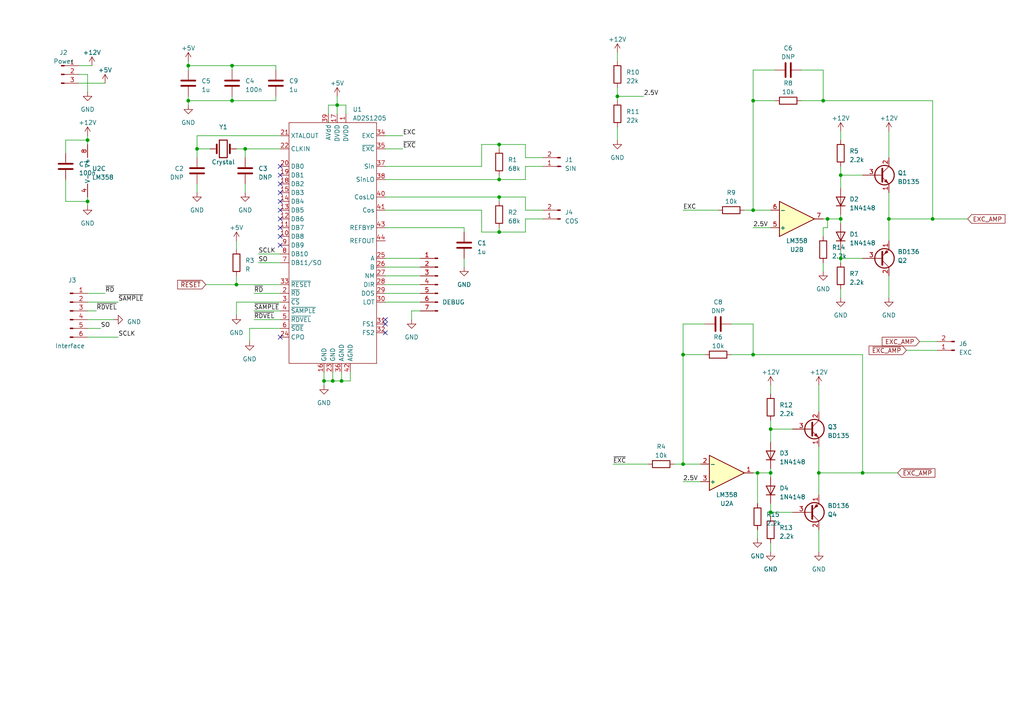
<source format=kicad_sch>
(kicad_sch (version 20230121) (generator eeschema)
  (paper "A4")
  (lib_symbols
    (symbol "Amplifier_Operational:LM358" (pin_names (offset 0.127))
      (property "Reference" "U" (at 0 5.08 0))
      (property "Value" "LM358" (at 0 -5.08 0))
      (symbol "LM358_1_1"
        (polyline (pts (xy -5.08 5.08) (xy 5.08 0) (xy -5.08 -5.08) (xy -5.08 5.08)) (stroke (width 0.254)) (fill (type background)))
        (pin output line (at 7.62 0 180) (length 2.54) (name "~") (number "1"))
        (pin input line (at -7.62 -2.54 0) (length 2.54) (name "-") (number "2"))
        (pin input line (at -7.62 2.54 0) (length 2.54) (name "+") (number "3"))
      )
      (symbol "LM358_2_1"
        (polyline (pts (xy -5.08 5.08) (xy 5.08 0) (xy -5.08 -5.08) (xy -5.08 5.08)) (stroke (width 0.254)) (fill (type background)))
        (pin input line (at -7.62 2.54 0) (length 2.54) (name "+") (number "5"))
        (pin input line (at -7.62 -2.54 0) (length 2.54) (name "-") (number "6"))
        (pin output line (at 7.62 0 180) (length 2.54) (name "~") (number "7"))
      )
      (symbol "LM358_3_1"
        (pin power_in line (at -2.54 -7.62 90) (length 3.81) (name "V-") (number "4"))
        (pin power_in line (at -2.54 7.62 270) (length 3.81) (name "V+") (number "8"))
      )
    )
    (symbol "Connector:Conn_01x02_Pin" (pin_names (offset 1.016) hide)
      (property "Reference" "J" (at 0 2.54 0))
      (property "Value" "Conn_01x02_Pin" (at 0 -5.08 0))
      (symbol "Conn_01x02_Pin_1_1"
        (polyline (pts (xy 1.27 -2.54) (xy 0.8636 -2.54)) (stroke (width 0.1524)))
        (polyline (pts (xy 1.27 0) (xy 0.8636 0)) (stroke (width 0.1524)))
        (rectangle (start 0.8636 -2.413) (end 0 -2.667) (stroke (width 0.1524)) (fill (type outline)))
        (rectangle (start 0.8636 0.127) (end 0 -0.127) (stroke (width 0.1524)) (fill (type outline)))
        (pin passive line (at 5.08 0 180) (length 3.81) (name "Pin_1") (number "1"))
        (pin passive line (at 5.08 -2.54 180) (length 3.81) (name "Pin_2") (number "2"))
      )
    )
    (symbol "Connector:Conn_01x03_Pin" (pin_names (offset 1.016) hide)
      (property "Reference" "J" (at 0 5.08 0))
      (property "Value" "Conn_01x03_Pin" (at 0 -5.08 0))
      (symbol "Conn_01x03_Pin_1_1"
        (polyline (pts (xy 1.27 -2.54) (xy 0.8636 -2.54)) (stroke (width 0.1524)))
        (polyline (pts (xy 1.27 0) (xy 0.8636 0)) (stroke (width 0.1524)))
        (polyline (pts (xy 1.27 2.54) (xy 0.8636 2.54)) (stroke (width 0.1524)))
        (rectangle (start 0.8636 -2.413) (end 0 -2.667) (stroke (width 0.1524)) (fill (type outline)))
        (rectangle (start 0.8636 0.127) (end 0 -0.127) (stroke (width 0.1524)) (fill (type outline)))
        (rectangle (start 0.8636 2.667) (end 0 2.413) (stroke (width 0.1524)) (fill (type outline)))
        (pin passive line (at 5.08 2.54 180) (length 3.81) (name "Pin_1") (number "1"))
        (pin passive line (at 5.08 0 180) (length 3.81) (name "Pin_2") (number "2"))
        (pin passive line (at 5.08 -2.54 180) (length 3.81) (name "Pin_3") (number "3"))
      )
    )
    (symbol "Connector:Conn_01x06_Pin" (pin_names (offset 1.016) hide)
      (property "Reference" "J" (at 0 7.62 0))
      (property "Value" "Conn_01x06_Pin" (at 0 -10.16 0))
      (symbol "Conn_01x06_Pin_1_1"
        (polyline (pts (xy 1.27 -7.62) (xy 0.8636 -7.62)) (stroke (width 0.1524)))
        (polyline (pts (xy 1.27 -5.08) (xy 0.8636 -5.08)) (stroke (width 0.1524)))
        (polyline (pts (xy 1.27 -2.54) (xy 0.8636 -2.54)) (stroke (width 0.1524)))
        (polyline (pts (xy 1.27 0) (xy 0.8636 0)) (stroke (width 0.1524)))
        (polyline (pts (xy 1.27 2.54) (xy 0.8636 2.54)) (stroke (width 0.1524)))
        (polyline (pts (xy 1.27 5.08) (xy 0.8636 5.08)) (stroke (width 0.1524)))
        (rectangle (start 0.8636 -7.493) (end 0 -7.747) (stroke (width 0.1524)) (fill (type outline)))
        (rectangle (start 0.8636 -4.953) (end 0 -5.207) (stroke (width 0.1524)) (fill (type outline)))
        (rectangle (start 0.8636 -2.413) (end 0 -2.667) (stroke (width 0.1524)) (fill (type outline)))
        (rectangle (start 0.8636 0.127) (end 0 -0.127) (stroke (width 0.1524)) (fill (type outline)))
        (rectangle (start 0.8636 2.667) (end 0 2.413) (stroke (width 0.1524)) (fill (type outline)))
        (rectangle (start 0.8636 5.207) (end 0 4.953) (stroke (width 0.1524)) (fill (type outline)))
        (pin passive line (at 5.08 5.08 180) (length 3.81) (name "Pin_1") (number "1"))
        (pin passive line (at 5.08 2.54 180) (length 3.81) (name "Pin_2") (number "2"))
        (pin passive line (at 5.08 0 180) (length 3.81) (name "Pin_3") (number "3"))
        (pin passive line (at 5.08 -2.54 180) (length 3.81) (name "Pin_4") (number "4"))
        (pin passive line (at 5.08 -5.08 180) (length 3.81) (name "Pin_5") (number "5"))
        (pin passive line (at 5.08 -7.62 180) (length 3.81) (name "Pin_6") (number "6"))
      )
    )
    (symbol "Connector:Conn_01x07_Pin" (pin_names (offset 1.016) hide)
      (property "Reference" "J" (at 0 10.16 0))
      (property "Value" "Conn_01x07_Pin" (at 0 -10.16 0))
      (symbol "Conn_01x07_Pin_1_1"
        (polyline (pts (xy 1.27 -7.62) (xy 0.8636 -7.62)) (stroke (width 0.1524)))
        (polyline (pts (xy 1.27 -5.08) (xy 0.8636 -5.08)) (stroke (width 0.1524)))
        (polyline (pts (xy 1.27 -2.54) (xy 0.8636 -2.54)) (stroke (width 0.1524)))
        (polyline (pts (xy 1.27 0) (xy 0.8636 0)) (stroke (width 0.1524)))
        (polyline (pts (xy 1.27 2.54) (xy 0.8636 2.54)) (stroke (width 0.1524)))
        (polyline (pts (xy 1.27 5.08) (xy 0.8636 5.08)) (stroke (width 0.1524)))
        (polyline (pts (xy 1.27 7.62) (xy 0.8636 7.62)) (stroke (width 0.1524)))
        (rectangle (start 0.8636 -7.493) (end 0 -7.747) (stroke (width 0.1524)) (fill (type outline)))
        (rectangle (start 0.8636 -4.953) (end 0 -5.207) (stroke (width 0.1524)) (fill (type outline)))
        (rectangle (start 0.8636 -2.413) (end 0 -2.667) (stroke (width 0.1524)) (fill (type outline)))
        (rectangle (start 0.8636 0.127) (end 0 -0.127) (stroke (width 0.1524)) (fill (type outline)))
        (rectangle (start 0.8636 2.667) (end 0 2.413) (stroke (width 0.1524)) (fill (type outline)))
        (rectangle (start 0.8636 5.207) (end 0 4.953) (stroke (width 0.1524)) (fill (type outline)))
        (rectangle (start 0.8636 7.747) (end 0 7.493) (stroke (width 0.1524)) (fill (type outline)))
        (pin passive line (at 5.08 7.62 180) (length 3.81) (name "Pin_1") (number "1"))
        (pin passive line (at 5.08 5.08 180) (length 3.81) (name "Pin_2") (number "2"))
        (pin passive line (at 5.08 2.54 180) (length 3.81) (name "Pin_3") (number "3"))
        (pin passive line (at 5.08 0 180) (length 3.81) (name "Pin_4") (number "4"))
        (pin passive line (at 5.08 -2.54 180) (length 3.81) (name "Pin_5") (number "5"))
        (pin passive line (at 5.08 -5.08 180) (length 3.81) (name "Pin_6") (number "6"))
        (pin passive line (at 5.08 -7.62 180) (length 3.81) (name "Pin_7") (number "7"))
      )
    )
    (symbol "Device:C" (pin_numbers hide) (pin_names (offset 0.254))
      (property "Reference" "C" (at 0.635 2.54 0))
      (property "Value" "C" (at 0.635 -2.54 0))
      (symbol "C_0_1"
        (polyline (pts (xy -2.032 -0.762) (xy 2.032 -0.762)) (stroke (width 0.508)))
        (polyline (pts (xy -2.032 0.762) (xy 2.032 0.762)) (stroke (width 0.508)))
      )
      (symbol "C_1_1"
        (pin passive line (at 0 3.81 270) (length 2.794) (name "~") (number "1"))
        (pin passive line (at 0 -3.81 90) (length 2.794) (name "~") (number "2"))
      )
    )
    (symbol "Device:Crystal" (pin_numbers hide) (pin_names (offset 1.016) hide)
      (property "Reference" "Y" (at 0 3.81 0))
      (property "Value" "Crystal" (at 0 -3.81 0))
      (symbol "Crystal_0_1"
        (rectangle (start -1.143 2.54) (end 1.143 -2.54) (stroke (width 0.3048)))
        (polyline (pts (xy -2.54 0) (xy -1.905 0)))
        (polyline (pts (xy -1.905 -1.27) (xy -1.905 1.27)) (stroke (width 0.508)))
        (polyline (pts (xy 1.905 -1.27) (xy 1.905 1.27)) (stroke (width 0.508)))
        (polyline (pts (xy 2.54 0) (xy 1.905 0)))
      )
      (symbol "Crystal_1_1"
        (pin passive line (at -3.81 0 0) (length 1.27) (name "1") (number "1"))
        (pin passive line (at 3.81 0 180) (length 1.27) (name "2") (number "2"))
      )
    )
    (symbol "Device:R" (pin_numbers hide) (pin_names (offset 0))
      (property "Reference" "R" (at 2.032 0 90))
      (property "Value" "R" (at 0 0 90))
      (symbol "R_0_1"
        (rectangle (start -1.016 -2.54) (end 1.016 2.54) (stroke (width 0.254)))
      )
      (symbol "R_1_1"
        (pin passive line (at 0 3.81 270) (length 1.27) (name "~") (number "1"))
        (pin passive line (at 0 -3.81 90) (length 1.27) (name "~") (number "2"))
      )
    )
    (symbol "Diode:1N4148" (pin_numbers hide) (pin_names hide)
      (property "Reference" "D" (at 0 2.54 0))
      (property "Value" "1N4148" (at 0 -2.54 0))
      (symbol "1N4148_0_1"
        (polyline (pts (xy -1.27 1.27) (xy -1.27 -1.27)) (stroke (width 0.254)))
        (polyline (pts (xy 1.27 0) (xy -1.27 0)))
        (polyline (pts (xy 1.27 1.27) (xy 1.27 -1.27) (xy -1.27 0) (xy 1.27 1.27)) (stroke (width 0.254)))
      )
      (symbol "1N4148_1_1"
        (pin passive line (at -3.81 0 0) (length 2.54) (name "K") (number "1"))
        (pin passive line (at 3.81 0 180) (length 2.54) (name "A") (number "2"))
      )
    )
    (symbol "MEMS_IC:AD2S1205"
      (property "Reference" "U" (at 1.27 36.83 90))
      (property "Value" "AD2S1205" (at 1.27 36.83 90))
      (symbol "AD2S1205_0_1"
        (rectangle (start -13.97 35.56) (end 11.43 -34.29))
        (rectangle (start 11.43 -34.29) (end 11.43 -34.29))
      )
      (symbol "AD2S1205_1_1"
        (pin power_in line (at 2.54 38.1 270) (length 2.54) (name "DVDD") (number "1"))
        (pin input line (at -16.51 2.54 0) (length 2.54) (name "DB8") (number "10"))
        (pin input line (at -16.51 5.08 0) (length 2.54) (name "DB7") (number "11"))
        (pin input line (at -16.51 7.62 0) (length 2.54) (name "DB6") (number "12"))
        (pin input line (at -16.51 10.16 0) (length 2.54) (name "DB5") (number "13"))
        (pin input line (at -16.51 12.7 0) (length 2.54) (name "DB4") (number "14"))
        (pin input line (at -16.51 15.24 0) (length 2.54) (name "DB3") (number "15"))
        (pin power_in line (at -3.81 -36.83 90) (length 2.54) (name "GND") (number "16"))
        (pin power_in line (at 0 38.1 270) (length 2.54) (name "DVDD") (number "17"))
        (pin input line (at -16.51 17.78 0) (length 2.54) (name "DB2") (number "18"))
        (pin input line (at -16.51 20.32 0) (length 2.54) (name "DB1") (number "19"))
        (pin input line (at -16.51 -13.97 0) (length 2.54) (name "~{RD}") (number "2"))
        (pin input line (at -16.51 22.86 0) (length 2.54) (name "DB0") (number "20"))
        (pin input line (at -16.51 31.75 0) (length 2.54) (name "XTALOUT") (number "21"))
        (pin input line (at -16.51 27.94 0) (length 2.54) (name "CLKIN") (number "22"))
        (pin power_in line (at -1.27 -36.83 90) (length 2.54) (name "GND") (number "23"))
        (pin input line (at -16.51 -26.67 0) (length 2.54) (name "CPO") (number "24"))
        (pin input line (at 13.97 -3.81 180) (length 2.54) (name "A") (number "25"))
        (pin input line (at 13.97 -6.35 180) (length 2.54) (name "B") (number "26"))
        (pin input line (at 13.97 -8.89 180) (length 2.54) (name "NM") (number "27"))
        (pin input line (at 13.97 -11.43 180) (length 2.54) (name "DIR") (number "28"))
        (pin input line (at 13.97 -13.97 180) (length 2.54) (name "DOS") (number "29"))
        (pin input line (at -16.51 -16.51 0) (length 2.54) (name "~{CS}") (number "3"))
        (pin input line (at 13.97 -16.51 180) (length 2.54) (name "LOT") (number "30"))
        (pin input line (at 13.97 -22.86 180) (length 2.54) (name "FS1") (number "31"))
        (pin input line (at 13.97 -25.4 180) (length 2.54) (name "FS2") (number "32"))
        (pin input line (at -16.51 -11.43 0) (length 2.54) (name "~{RESET}") (number "33"))
        (pin input line (at 13.97 31.75 180) (length 2.54) (name "EXC") (number "34"))
        (pin input line (at 13.97 27.94 180) (length 2.54) (name "~{EXC}") (number "35"))
        (pin power_in line (at 1.27 -36.83 90) (length 2.54) (name "AGND") (number "36"))
        (pin input line (at 13.97 22.86 180) (length 2.54) (name "Sin") (number "37"))
        (pin input line (at 13.97 19.05 180) (length 2.54) (name "SinLO") (number "38"))
        (pin power_in line (at -2.54 38.1 270) (length 2.54) (name "AVdd") (number "39"))
        (pin input line (at -16.51 -19.05 0) (length 2.54) (name "~{SAMPLE}") (number "4"))
        (pin input line (at 13.97 13.97 180) (length 2.54) (name "CosLO") (number "40"))
        (pin input line (at 13.97 10.16 180) (length 2.54) (name "Cos") (number "41"))
        (pin power_in line (at 3.81 -36.83 90) (length 2.54) (name "AGND") (number "42"))
        (pin input line (at 13.97 5.08 180) (length 2.54) (name "REFBYP") (number "43"))
        (pin input line (at 13.97 1.27 180) (length 2.54) (name "REFOUT") (number "44"))
        (pin input line (at -16.51 -21.59 0) (length 2.54) (name "~{RDVEL}") (number "5"))
        (pin input line (at -16.51 -24.13 0) (length 2.54) (name "~{SOE}") (number "6"))
        (pin input line (at -16.51 -5.08 0) (length 2.54) (name "DB11/SO") (number "7"))
        (pin input line (at -16.51 -2.54 0) (length 2.54) (name "DB10") (number "8"))
        (pin input line (at -16.51 0 0) (length 2.54) (name "DB9") (number "9"))
      )
    )
    (symbol "Transistor_BJT:BD135" (pin_names (offset 0) hide)
      (property "Reference" "Q" (at 5.08 1.905 0))
      (property "Value" "BD135" (at 5.08 0 0))
      (symbol "BD135_0_1"
        (polyline (pts (xy 0 0) (xy 0.635 0)))
        (polyline (pts (xy 2.54 -2.54) (xy 0.635 -0.635)))
        (polyline (pts (xy 2.54 2.54) (xy 0.635 0.635)))
        (polyline (pts (xy 0.635 1.905) (xy 0.635 -1.905) (xy 0.635 -1.905)) (stroke (width 0.508)) (fill (type outline)))
        (polyline (pts (xy 1.2446 -1.778) (xy 1.7526 -1.27) (xy 2.286 -2.286) (xy 1.2446 -1.778) (xy 1.2446 -1.778)) (fill (type outline)))
        (circle (center 1.27 0) (radius 2.8194) (stroke (width 0.3048)))
      )
      (symbol "BD135_1_1"
        (pin passive line (at 2.54 -5.08 90) (length 2.54) (name "E") (number "1"))
        (pin passive line (at 2.54 5.08 270) (length 2.54) (name "C") (number "2"))
        (pin input line (at -5.08 0 0) (length 5.08) (name "B") (number "3"))
      )
    )
    (symbol "Transistor_BJT:BD136" (pin_names (offset 0) hide)
      (property "Reference" "Q" (at 5.08 1.905 0))
      (property "Value" "BD136" (at 5.08 0 0))
      (symbol "BD136_0_1"
        (polyline (pts (xy 0 0) (xy 0.635 0)))
        (polyline (pts (xy 2.54 -2.54) (xy 0.635 -0.635)))
        (polyline (pts (xy 2.54 2.54) (xy 0.635 0.635)))
        (polyline (pts (xy 0.635 1.905) (xy 0.635 -1.905) (xy 0.635 -1.905)) (stroke (width 0.508)) (fill (type outline)))
        (polyline (pts (xy 1.778 -2.286) (xy 2.286 -1.778) (xy 1.27 -1.27) (xy 1.778 -2.286) (xy 1.778 -2.286)) (fill (type outline)))
        (circle (center 1.27 0) (radius 2.8194) (stroke (width 0.3048)))
      )
      (symbol "BD136_1_1"
        (pin passive line (at 2.54 -5.08 90) (length 2.54) (name "E") (number "1"))
        (pin passive line (at 2.54 5.08 270) (length 2.54) (name "C") (number "2"))
        (pin input line (at -5.08 0 0) (length 5.08) (name "B") (number "3"))
      )
    )
    (symbol "power:+12V" (power) (pin_names (offset 0))
      (property "Value" "+12V" (at 0 3.556 0))
      (symbol "+12V_0_1"
        (polyline (pts (xy -0.762 1.27) (xy 0 2.54)))
        (polyline (pts (xy 0 0) (xy 0 2.54)))
        (polyline (pts (xy 0 2.54) (xy 0.762 1.27)))
      )
      (symbol "+12V_1_1"
        (pin power_in line (at 0 0 90) (length 0) hide (name "+12V") (number "1"))
      )
    )
    (symbol "power:+5V" (power) (pin_names (offset 0))
      (property "Value" "+5V" (at 0 3.556 0))
      (symbol "+5V_0_1"
        (polyline (pts (xy -0.762 1.27) (xy 0 2.54)))
        (polyline (pts (xy 0 0) (xy 0 2.54)))
        (polyline (pts (xy 0 2.54) (xy 0.762 1.27)))
      )
      (symbol "+5V_1_1"
        (pin power_in line (at 0 0 90) (length 0) hide (name "+5V") (number "1"))
      )
    )
    (symbol "power:GND" (power) (pin_names (offset 0))
      (property "Value" "GND" (at 0 -3.81 0))
      (symbol "GND_0_1"
        (polyline (pts (xy 0 0) (xy 0 -1.27) (xy 1.27 -1.27) (xy 0 -2.54) (xy -1.27 -1.27) (xy 0 -1.27)))
      )
      (symbol "GND_1_1"
        (pin power_in line (at 0 0 270) (length 0) hide (name "GND") (number "1"))
      )
    )
  )
  (junction (at 223.52 148.59))
  (junction (at 93.98 110.49))
  (junction (at 144.78 67.31))
  (junction (at 99.06 110.49))
  (junction (at 96.52 110.49))
  (junction (at 144.78 41.91))
  (junction (at 54.61 19.05))
  (junction (at 238.76 29.21))
  (junction (at 67.31 29.21))
  (junction (at 223.52 124.46))
  (junction (at 223.52 137.16))
  (junction (at 219.71 137.16))
  (junction (at 243.84 50.8))
  (junction (at 25.4 40.64))
  (junction (at 179.07 27.94))
  (junction (at 198.12 134.62))
  (junction (at 237.49 137.16))
  (junction (at 57.15 43.18))
  (junction (at 198.12 102.87))
  (junction (at 218.44 60.96))
  (junction (at 270.51 63.5))
  (junction (at 25.4 58.42))
  (junction (at 144.78 57.15))
  (junction (at 257.81 63.5))
  (junction (at 218.44 29.21))
  (junction (at 243.84 63.5))
  (junction (at 68.58 82.55))
  (junction (at 144.78 52.07))
  (junction (at 54.61 29.21))
  (junction (at 243.84 74.93))
  (junction (at 250.19 137.16))
  (junction (at 97.79 30.48))
  (junction (at 240.03 63.5))
  (junction (at 67.31 19.05))
  (junction (at 218.44 102.87))
  (junction (at 71.12 43.18))
  (no_connect (at 81.28 68.58))
  (no_connect (at 111.76 93.98))
  (no_connect (at 81.28 97.79))
  (no_connect (at 81.28 63.5))
  (no_connect (at 81.28 66.04))
  (no_connect (at 81.28 58.42))
  (no_connect (at 111.76 96.52))
  (no_connect (at 81.28 53.34))
  (no_connect (at 81.28 48.26))
  (no_connect (at 81.28 55.88))
  (no_connect (at 81.28 71.12))
  (no_connect (at 81.28 50.8))
  (no_connect (at 111.76 92.71))
  (no_connect (at 81.28 60.96))
  (wire (pts (xy 237.49 129.54) (xy 237.49 137.16)))
  (wire (pts (xy 27.94 90.17) (xy 25.4 90.17)))
  (wire (pts (xy 218.44 20.32) (xy 218.44 29.21)))
  (wire (pts (xy 218.44 137.16) (xy 219.71 137.16)))
  (wire (pts (xy 22.86 24.13) (xy 30.48 24.13)))
  (wire (pts (xy 68.58 43.18) (xy 71.12 43.18)))
  (wire (pts (xy 179.07 25.4) (xy 179.07 27.94)))
  (wire (pts (xy 198.12 134.62) (xy 203.2 134.62)))
  (wire (pts (xy 134.62 77.47) (xy 134.62 74.93)))
  (wire (pts (xy 223.52 124.46) (xy 229.87 124.46)))
  (wire (pts (xy 223.52 148.59) (xy 229.87 148.59)))
  (wire (pts (xy 218.44 29.21) (xy 224.79 29.21)))
  (wire (pts (xy 54.61 29.21) (xy 54.61 27.94)))
  (wire (pts (xy 232.41 29.21) (xy 238.76 29.21)))
  (wire (pts (xy 81.28 95.25) (xy 72.39 95.25)))
  (wire (pts (xy 101.6 110.49) (xy 99.06 110.49)))
  (wire (pts (xy 218.44 66.04) (xy 223.52 66.04)))
  (wire (pts (xy 179.07 27.94) (xy 179.07 29.21)))
  (wire (pts (xy 243.84 74.93) (xy 243.84 72.39)))
  (wire (pts (xy 67.31 29.21) (xy 80.01 29.21)))
  (wire (pts (xy 219.71 137.16) (xy 223.52 137.16)))
  (wire (pts (xy 198.12 102.87) (xy 204.47 102.87)))
  (wire (pts (xy 243.84 50.8) (xy 250.19 50.8)))
  (wire (pts (xy 67.31 29.21) (xy 67.31 27.94)))
  (wire (pts (xy 240.03 63.5) (xy 243.84 63.5)))
  (wire (pts (xy 219.71 156.21) (xy 219.71 153.67)))
  (wire (pts (xy 93.98 107.95) (xy 93.98 110.49)))
  (wire (pts (xy 219.71 137.16) (xy 219.71 146.05)))
  (wire (pts (xy 243.84 83.82) (xy 243.84 86.36)))
  (wire (pts (xy 111.76 57.15) (xy 144.78 57.15)))
  (wire (pts (xy 223.52 148.59) (xy 223.52 149.86)))
  (wire (pts (xy 111.76 80.01) (xy 121.92 80.01)))
  (wire (pts (xy 111.76 74.93) (xy 121.92 74.93)))
  (wire (pts (xy 144.78 41.91) (xy 139.7 41.91)))
  (wire (pts (xy 93.98 110.49) (xy 93.98 111.76)))
  (wire (pts (xy 179.07 36.83) (xy 179.07 40.64)))
  (wire (pts (xy 97.79 30.48) (xy 100.33 30.48)))
  (wire (pts (xy 144.78 43.18) (xy 144.78 41.91)))
  (wire (pts (xy 19.05 44.45) (xy 19.05 40.64)))
  (wire (pts (xy 22.86 21.59) (xy 25.4 21.59)))
  (wire (pts (xy 215.9 60.96) (xy 218.44 60.96)))
  (wire (pts (xy 81.28 87.63) (xy 68.58 87.63)))
  (wire (pts (xy 25.4 92.71) (xy 33.02 92.71)))
  (wire (pts (xy 74.93 76.2) (xy 81.28 76.2)))
  (wire (pts (xy 152.4 63.5) (xy 152.4 67.31)))
  (wire (pts (xy 57.15 43.18) (xy 57.15 39.37)))
  (wire (pts (xy 97.79 27.94) (xy 97.79 30.48)))
  (wire (pts (xy 198.12 60.96) (xy 208.28 60.96)))
  (wire (pts (xy 218.44 60.96) (xy 223.52 60.96)))
  (wire (pts (xy 111.76 60.96) (xy 139.7 60.96)))
  (wire (pts (xy 68.58 87.63) (xy 68.58 91.44)))
  (wire (pts (xy 68.58 69.85) (xy 68.58 72.39)))
  (wire (pts (xy 152.4 45.72) (xy 157.48 45.72)))
  (wire (pts (xy 238.76 63.5) (xy 240.03 63.5)))
  (wire (pts (xy 67.31 19.05) (xy 80.01 19.05)))
  (wire (pts (xy 223.52 124.46) (xy 223.52 128.27)))
  (wire (pts (xy 144.78 41.91) (xy 152.4 41.91)))
  (wire (pts (xy 223.52 135.89) (xy 223.52 137.16)))
  (wire (pts (xy 243.84 48.26) (xy 243.84 50.8)))
  (wire (pts (xy 157.48 63.5) (xy 152.4 63.5)))
  (wire (pts (xy 144.78 67.31) (xy 144.78 66.04)))
  (wire (pts (xy 30.48 85.09) (xy 25.4 85.09)))
  (wire (pts (xy 237.49 111.76) (xy 237.49 119.38)))
  (wire (pts (xy 68.58 80.01) (xy 68.58 82.55)))
  (wire (pts (xy 238.76 20.32) (xy 238.76 29.21)))
  (wire (pts (xy 243.84 63.5) (xy 243.84 64.77)))
  (wire (pts (xy 232.41 20.32) (xy 238.76 20.32)))
  (wire (pts (xy 74.93 73.66) (xy 81.28 73.66)))
  (wire (pts (xy 179.07 15.24) (xy 179.07 17.78)))
  (wire (pts (xy 25.4 21.59) (xy 25.4 26.67)))
  (wire (pts (xy 237.49 137.16) (xy 250.19 137.16)))
  (wire (pts (xy 73.66 92.71) (xy 81.28 92.71)))
  (wire (pts (xy 73.66 85.09) (xy 81.28 85.09)))
  (wire (pts (xy 198.12 139.7) (xy 203.2 139.7)))
  (wire (pts (xy 223.52 137.16) (xy 223.52 138.43)))
  (wire (pts (xy 223.52 121.92) (xy 223.52 124.46)))
  (wire (pts (xy 119.38 90.17) (xy 119.38 92.71)))
  (wire (pts (xy 25.4 39.37) (xy 25.4 40.64)))
  (wire (pts (xy 238.76 66.04) (xy 240.03 66.04)))
  (wire (pts (xy 96.52 107.95) (xy 96.52 110.49)))
  (wire (pts (xy 29.21 95.25) (xy 25.4 95.25)))
  (wire (pts (xy 67.31 19.05) (xy 67.31 20.32)))
  (wire (pts (xy 257.81 38.1) (xy 257.81 45.72)))
  (wire (pts (xy 95.25 30.48) (xy 97.79 30.48)))
  (wire (pts (xy 243.84 38.1) (xy 243.84 40.64)))
  (wire (pts (xy 240.03 66.04) (xy 240.03 63.5)))
  (wire (pts (xy 25.4 59.69) (xy 25.4 58.42)))
  (wire (pts (xy 54.61 19.05) (xy 67.31 19.05)))
  (wire (pts (xy 257.81 86.36) (xy 257.81 80.01)))
  (wire (pts (xy 54.61 30.48) (xy 54.61 29.21)))
  (wire (pts (xy 224.79 20.32) (xy 218.44 20.32)))
  (wire (pts (xy 71.12 43.18) (xy 71.12 45.72)))
  (wire (pts (xy 54.61 17.78) (xy 54.61 19.05)))
  (wire (pts (xy 54.61 19.05) (xy 54.61 20.32)))
  (wire (pts (xy 144.78 52.07) (xy 144.78 50.8)))
  (wire (pts (xy 57.15 55.88) (xy 57.15 53.34)))
  (wire (pts (xy 250.19 102.87) (xy 250.19 137.16)))
  (wire (pts (xy 111.76 43.18) (xy 116.84 43.18)))
  (wire (pts (xy 57.15 39.37) (xy 81.28 39.37)))
  (wire (pts (xy 139.7 48.26) (xy 111.76 48.26)))
  (wire (pts (xy 68.58 82.55) (xy 81.28 82.55)))
  (wire (pts (xy 198.12 93.98) (xy 198.12 102.87)))
  (wire (pts (xy 71.12 43.18) (xy 81.28 43.18)))
  (wire (pts (xy 198.12 134.62) (xy 198.12 102.87)))
  (wire (pts (xy 111.76 87.63) (xy 121.92 87.63)))
  (wire (pts (xy 152.4 60.96) (xy 157.48 60.96)))
  (wire (pts (xy 111.76 85.09) (xy 121.92 85.09)))
  (wire (pts (xy 25.4 40.64) (xy 25.4 41.91)))
  (wire (pts (xy 270.51 63.5) (xy 280.67 63.5)))
  (wire (pts (xy 134.62 66.04) (xy 134.62 67.31)))
  (wire (pts (xy 195.58 134.62) (xy 198.12 134.62)))
  (wire (pts (xy 139.7 67.31) (xy 144.78 67.31)))
  (wire (pts (xy 152.4 48.26) (xy 152.4 52.07)))
  (wire (pts (xy 73.66 90.17) (xy 81.28 90.17)))
  (wire (pts (xy 71.12 53.34) (xy 71.12 55.88)))
  (wire (pts (xy 144.78 57.15) (xy 144.78 58.42)))
  (wire (pts (xy 144.78 57.15) (xy 152.4 57.15)))
  (wire (pts (xy 223.52 148.59) (xy 223.52 146.05)))
  (wire (pts (xy 139.7 60.96) (xy 139.7 67.31)))
  (wire (pts (xy 57.15 45.72) (xy 57.15 43.18)))
  (wire (pts (xy 218.44 102.87) (xy 250.19 102.87)))
  (wire (pts (xy 111.76 77.47) (xy 121.92 77.47)))
  (wire (pts (xy 243.84 74.93) (xy 250.19 74.93)))
  (wire (pts (xy 152.4 57.15) (xy 152.4 60.96)))
  (wire (pts (xy 212.09 93.98) (xy 218.44 93.98)))
  (wire (pts (xy 95.25 33.02) (xy 95.25 30.48)))
  (wire (pts (xy 99.06 110.49) (xy 96.52 110.49)))
  (wire (pts (xy 238.76 29.21) (xy 270.51 29.21)))
  (wire (pts (xy 186.69 27.94) (xy 179.07 27.94)))
  (wire (pts (xy 34.29 87.63) (xy 25.4 87.63)))
  (wire (pts (xy 72.39 95.25) (xy 72.39 99.06)))
  (wire (pts (xy 223.52 111.76) (xy 223.52 114.3)))
  (wire (pts (xy 243.84 74.93) (xy 243.84 76.2)))
  (wire (pts (xy 243.84 50.8) (xy 243.84 54.61)))
  (wire (pts (xy 25.4 58.42) (xy 25.4 57.15)))
  (wire (pts (xy 100.33 30.48) (xy 100.33 33.02)))
  (wire (pts (xy 257.81 55.88) (xy 257.81 63.5)))
  (wire (pts (xy 121.92 90.17) (xy 119.38 90.17)))
  (wire (pts (xy 223.52 157.48) (xy 223.52 160.02)))
  (wire (pts (xy 212.09 102.87) (xy 218.44 102.87)))
  (wire (pts (xy 19.05 52.07) (xy 19.05 58.42)))
  (wire (pts (xy 80.01 19.05) (xy 80.01 20.32)))
  (wire (pts (xy 266.7 99.06) (xy 271.78 99.06)))
  (wire (pts (xy 111.76 82.55) (xy 121.92 82.55)))
  (wire (pts (xy 99.06 107.95) (xy 99.06 110.49)))
  (wire (pts (xy 218.44 93.98) (xy 218.44 102.87)))
  (wire (pts (xy 59.69 82.55) (xy 68.58 82.55)))
  (wire (pts (xy 144.78 67.31) (xy 152.4 67.31)))
  (wire (pts (xy 218.44 60.96) (xy 218.44 29.21)))
  (wire (pts (xy 111.76 39.37) (xy 116.84 39.37)))
  (wire (pts (xy 101.6 107.95) (xy 101.6 110.49)))
  (wire (pts (xy 57.15 43.18) (xy 60.96 43.18)))
  (wire (pts (xy 238.76 78.74) (xy 238.76 76.2)))
  (wire (pts (xy 157.48 48.26) (xy 152.4 48.26)))
  (wire (pts (xy 144.78 52.07) (xy 152.4 52.07)))
  (wire (pts (xy 237.49 160.02) (xy 237.49 153.67)))
  (wire (pts (xy 111.76 52.07) (xy 144.78 52.07)))
  (wire (pts (xy 26.67 19.05) (xy 22.86 19.05)))
  (wire (pts (xy 238.76 68.58) (xy 238.76 66.04)))
  (wire (pts (xy 250.19 137.16) (xy 260.35 137.16)))
  (wire (pts (xy 19.05 58.42) (xy 25.4 58.42)))
  (wire (pts (xy 54.61 29.21) (xy 67.31 29.21)))
  (wire (pts (xy 262.89 101.6) (xy 271.78 101.6)))
  (wire (pts (xy 111.76 66.04) (xy 134.62 66.04)))
  (wire (pts (xy 204.47 93.98) (xy 198.12 93.98)))
  (wire (pts (xy 257.81 63.5) (xy 257.81 69.85)))
  (wire (pts (xy 257.81 63.5) (xy 270.51 63.5)))
  (wire (pts (xy 243.84 62.23) (xy 243.84 63.5)))
  (wire (pts (xy 152.4 41.91) (xy 152.4 45.72)))
  (wire (pts (xy 96.52 110.49) (xy 93.98 110.49)))
  (wire (pts (xy 34.29 97.79) (xy 25.4 97.79)))
  (wire (pts (xy 19.05 40.64) (xy 25.4 40.64)))
  (wire (pts (xy 177.8 134.62) (xy 187.96 134.62)))
  (wire (pts (xy 237.49 137.16) (xy 237.49 143.51)))
  (wire (pts (xy 80.01 27.94) (xy 80.01 29.21)))
  (wire (pts (xy 97.79 30.48) (xy 97.79 33.02)))
  (wire (pts (xy 270.51 29.21) (xy 270.51 63.5)))
  (wire (pts (xy 139.7 41.91) (xy 139.7 48.26)))
  (label "SCLK" (at 74.93 73.66 0))
  (label "~{RD}" (at 73.66 85.09 0))
  (label "~{SAMPLE}" (at 73.66 90.17 0))
  (label "EXC" (at 116.84 39.37 0))
  (label "~{RDVEL}" (at 73.66 92.71 0))
  (label "SO" (at 29.21 95.25 0))
  (label "2.5V" (at 218.44 66.04 0))
  (label "~{RDVEL}" (at 27.94 90.17 0))
  (label "SCLK" (at 34.29 97.79 0))
  (label "~{SAMPLE}" (at 34.29 87.63 0))
  (label "SO" (at 74.93 76.2 0))
  (label "~{RD}" (at 30.48 85.09 0))
  (label "~{EXC}" (at 177.8 134.62 0))
  (label "EXC" (at 198.12 60.96 0))
  (label "2.5V" (at 186.69 27.94 0))
  (label "2.5V" (at 198.12 139.7 0))
  (label "~{EXC}" (at 116.84 43.18 0))
  (global_label "~{EXC_AMP}" (shape input) (at 262.89 101.6 180) (property "Intersheetrefs" "${INTERSHEET_REFS}" (effects hide)))
  (global_label "EXC_AMP" (shape input) (at 280.67 63.5 0) (property "Intersheetrefs" "${INTERSHEET_REFS}" (effects hide)))
  (global_label "~{RESET}" (shape input) (at 59.69 82.55 180) (property "Intersheetrefs" "${INTERSHEET_REFS}" (effects hide)))
  (global_label "EXC_AMP" (shape input) (at 266.7 99.06 180) (property "Intersheetrefs" "${INTERSHEET_REFS}" (effects hide)))
  (global_label "~{EXC_AMP}" (shape input) (at 260.35 137.16 0) (property "Intersheetrefs" "${INTERSHEET_REFS}" (effects hide)))
  (symbol (lib_id "Device:C") (at 80.01 24.13 0) (unit 1)
    (property "Reference" "C9" (at 83.82 23.495 0) (effects (justify left)))
    (property "Value" "1u" (at 83.82 26.035 0) (effects (justify left)))
    (property "Footprint" "Capacitor_SMD:C_0805_2012Metric_Pad1.18x1.45mm_HandSolder" (effects hide))
  )
  (symbol (lib_id "Device:R") (at 243.84 44.45 0) (unit 1)
    (property "Reference" "R5" (at 246.38 43.815 0) (effects (justify left)))
    (property "Value" "2.2k" (at 246.38 46.355 0) (effects (justify left)))
    (property "Footprint" "Resistor_SMD:R_0805_2012Metric" (effects hide))
  )
  (symbol (lib_id "Device:R") (at 238.76 72.39 0) (unit 1)
    (property "Reference" "R14" (at 241.3 71.755 0) (effects (justify left)))
    (property "Value" "2.2k" (at 241.3 74.295 0) (effects (justify left)))
    (property "Footprint" "Resistor_SMD:R_0805_2012Metric" (effects hide))
  )
  (symbol (lib_id "Device:R") (at 223.52 153.67 0) (unit 1)
    (property "Reference" "R13" (at 226.06 153.035 0) (effects (justify left)))
    (property "Value" "2.2k" (at 226.06 155.575 0) (effects (justify left)))
    (property "Footprint" "Resistor_SMD:R_0805_2012Metric" (effects hide))
  )
  (symbol (lib_id "power:GND") (at 93.98 111.76 0) (unit 1)
    (property "Reference" "#PWR02" (effects hide))
    (property "Value" "GND" (at 93.98 116.84 0))
  )
  (symbol (lib_id "power:+12V") (at 26.67 19.05 0) (unit 1)
    (property "Reference" "#PWR026" (effects hide))
    (property "Value" "+12V" (at 26.67 15.24 0))
  )
  (symbol (lib_id "power:GND") (at 25.4 26.67 0) (unit 1)
    (property "Reference" "#PWR027" (effects hide))
    (property "Value" "GND" (at 25.4 31.75 0))
  )
  (symbol (lib_id "power:GND") (at 223.52 160.02 0) (unit 1)
    (property "Reference" "#PWR019" (effects hide))
    (property "Value" "GND" (at 223.52 165.1 0))
  )
  (symbol (lib_id "Diode:1N4148") (at 223.52 132.08 90) (unit 1)
    (property "Reference" "D3" (at 226.06 131.445 90) (effects (justify right)))
    (property "Value" "1N4148" (at 226.06 133.985 90) (effects (justify right)))
    (property "Footprint" "Diode_SMD:D_SMA_Handsoldering" (effects hide))
    (property "Datasheet" "https://assets.nexperia.com/documents/data-sheet/1N4148_1N4448.pdf" (effects hide))
    (property "Sim.Device" "D" (effects hide))
    (property "Sim.Pins" "1=K 2=A" (effects hide))
  )
  (symbol (lib_id "Device:C") (at 57.15 49.53 0) (mirror y) (unit 1)
    (property "Reference" "C2" (at 53.34 48.895 0) (effects (justify left)))
    (property "Value" "DNP" (at 53.34 51.435 0) (effects (justify left)))
    (property "Footprint" "Capacitor_SMD:C_0805_2012Metric_Pad1.18x1.45mm_HandSolder" (effects hide))
  )
  (symbol (lib_id "Device:R") (at 208.28 102.87 90) (unit 1)
    (property "Reference" "R6" (at 208.28 97.79 90))
    (property "Value" "10k" (at 208.28 100.33 90))
    (property "Footprint" "Resistor_SMD:R_0805_2012Metric" (effects hide))
  )
  (symbol (lib_id "Diode:1N4148") (at 243.84 68.58 90) (unit 1)
    (property "Reference" "D1" (at 246.38 67.945 90) (effects (justify right)))
    (property "Value" "1N4148" (at 246.38 70.485 90) (effects (justify right)))
    (property "Footprint" "Diode_SMD:D_SMA_Handsoldering" (effects hide))
    (property "Datasheet" "https://assets.nexperia.com/documents/data-sheet/1N4148_1N4448.pdf" (effects hide))
    (property "Sim.Device" "D" (effects hide))
    (property "Sim.Pins" "1=K 2=A" (effects hide))
  )
  (symbol (lib_id "Transistor_BJT:BD135") (at 255.27 50.8 0) (unit 1)
    (property "Reference" "Q1" (at 260.35 50.165 0) (effects (justify left)))
    (property "Value" "BD135" (at 260.35 52.705 0) (effects (justify left)))
    (property "Footprint" "Package_TO_SOT_THT:TO-126-3_Vertical" (effects hide))
    (property "Datasheet" "http://www.st.com/internet/com/TECHNICAL_RESOURCES/TECHNICAL_LITERATURE/DATASHEET/CD00001225.pdf" (effects hide))
  )
  (symbol (lib_id "power:+5V") (at 97.79 27.94 0) (unit 1)
    (property "Reference" "#PWR05" (effects hide))
    (property "Value" "+5V" (at 97.79 24.13 0))
  )
  (symbol (lib_id "Connector:Conn_01x07_Pin") (at 127 82.55 0) (mirror y) (unit 1)
    (property "Reference" "J5" (effects hide))
    (property "Value" "DEBUG" (at 128.27 87.63 0) (effects (justify right)))
    (property "Footprint" "Connector_PinHeader_2.54mm:PinHeader_1x07_P2.54mm_Vertical" (effects hide))
  )
  (symbol (lib_id "power:GND") (at 238.76 78.74 0) (unit 1)
    (property "Reference" "#PWR028" (effects hide))
    (property "Value" "GND" (at 238.76 83.82 0))
  )
  (symbol (lib_id "Transistor_BJT:BD136") (at 234.95 148.59 0) (mirror x) (unit 1)
    (property "Reference" "Q4" (at 240.03 149.225 0) (effects (justify left)))
    (property "Value" "BD136" (at 240.03 146.685 0) (effects (justify left)))
    (property "Footprint" "Package_TO_SOT_THT:TO-126-3_Vertical" (effects hide))
    (property "Datasheet" "http://www.st.com/internet/com/TECHNICAL_RESOURCES/TECHNICAL_LITERATURE/DATASHEET/CD00001225.pdf" (effects hide))
  )
  (symbol (lib_id "power:GND") (at 57.15 55.88 0) (unit 1)
    (property "Reference" "#PWR03" (effects hide))
    (property "Value" "GND" (at 57.15 60.96 0))
  )
  (symbol (lib_id "Amplifier_Operational:LM358") (at 210.82 137.16 0) (mirror x) (unit 1)
    (property "Reference" "U2" (at 210.82 146.05 0))
    (property "Value" "LM358" (at 210.82 143.51 0))
    (property "Footprint" "Package_SO:SO-8_3.9x4.9mm_P1.27mm" (effects hide))
    (property "Datasheet" "http://www.ti.com/lit/ds/symlink/lm2904-n.pdf" (effects hide))
  )
  (symbol (lib_id "MEMS_IC:AD2S1205") (at 97.79 71.12 0) (unit 1)
    (property "Reference" "U1" (at 102.2859 31.75 0) (effects (justify left)))
    (property "Value" "AD2S1205" (at 102.2859 34.29 0) (effects (justify left)))
    (property "Footprint" "Package_QFP:LQFP-44_10x10mm_P0.8mm" (effects hide))
    (property "Datasheet" "https://www.analog.com/media/en/technical-documentation/data-sheets/AD2S1205.pdf" (effects hide))
  )
  (symbol (lib_id "Transistor_BJT:BD135") (at 234.95 124.46 0) (unit 1)
    (property "Reference" "Q3" (at 240.03 123.825 0) (effects (justify left)))
    (property "Value" "BD135" (at 240.03 126.365 0) (effects (justify left)))
    (property "Footprint" "Package_TO_SOT_THT:TO-126-3_Vertical" (effects hide))
    (property "Datasheet" "http://www.st.com/internet/com/TECHNICAL_RESOURCES/TECHNICAL_LITERATURE/DATASHEET/CD00001225.pdf" (effects hide))
  )
  (symbol (lib_id "power:GND") (at 71.12 55.88 0) (unit 1)
    (property "Reference" "#PWR04" (effects hide))
    (property "Value" "GND" (at 71.12 60.96 0))
  )
  (symbol (lib_id "power:+12V") (at 25.4 39.37 0) (unit 1)
    (property "Reference" "#PWR010" (effects hide))
    (property "Value" "+12V" (at 25.4 35.56 0))
  )
  (symbol (lib_id "Transistor_BJT:BD136") (at 255.27 74.93 0) (mirror x) (unit 1)
    (property "Reference" "Q2" (at 260.35 75.565 0) (effects (justify left)))
    (property "Value" "BD136" (at 260.35 73.025 0) (effects (justify left)))
    (property "Footprint" "Package_TO_SOT_THT:TO-126-3_Vertical" (effects hide))
    (property "Datasheet" "http://www.st.com/internet/com/TECHNICAL_RESOURCES/TECHNICAL_LITERATURE/DATASHEET/CD00001225.pdf" (effects hide))
  )
  (symbol (lib_id "Device:R") (at 219.71 149.86 0) (unit 1)
    (property "Reference" "R15" (at 222.25 149.225 0) (effects (justify left)))
    (property "Value" "2.2k" (at 222.25 151.765 0) (effects (justify left)))
    (property "Footprint" "Resistor_SMD:R_0805_2012Metric" (effects hide))
  )
  (symbol (lib_id "Device:C") (at 67.31 24.13 0) (unit 1)
    (property "Reference" "C4" (at 71.12 23.495 0) (effects (justify left)))
    (property "Value" "100n" (at 71.12 26.035 0) (effects (justify left)))
    (property "Footprint" "Capacitor_SMD:C_0805_2012Metric_Pad1.18x1.45mm_HandSolder" (effects hide))
  )
  (symbol (lib_id "Connector:Conn_01x03_Pin") (at 17.78 21.59 0) (unit 1)
    (property "Reference" "J2" (at 18.415 15.24 0))
    (property "Value" "Power" (at 18.415 17.78 0))
    (property "Footprint" "Connector_PinHeader_2.54mm:PinHeader_1x03_P2.54mm_Vertical" (effects hide))
  )
  (symbol (lib_id "Device:R") (at 144.78 46.99 0) (unit 1)
    (property "Reference" "R1" (at 147.32 46.355 0) (effects (justify left)))
    (property "Value" "68k" (at 147.32 48.895 0) (effects (justify left)))
    (property "Footprint" "Resistor_SMD:R_0805_2012Metric" (effects hide))
  )
  (symbol (lib_id "power:GND") (at 179.07 40.64 0) (unit 1)
    (property "Reference" "#PWR017" (effects hide))
    (property "Value" "GND" (at 179.07 45.72 0))
  )
  (symbol (lib_id "Device:R") (at 68.58 76.2 0) (unit 1)
    (property "Reference" "R3" (at 71.12 75.565 0) (effects (justify left)))
    (property "Value" "R" (at 71.12 78.105 0) (effects (justify left)))
    (property "Footprint" "Resistor_SMD:R_0805_2012Metric" (effects hide))
  )
  (symbol (lib_id "Device:C") (at 208.28 93.98 90) (unit 1)
    (property "Reference" "C8" (at 208.28 87.63 90))
    (property "Value" "DNP" (at 208.28 90.17 90))
    (property "Footprint" "Capacitor_SMD:C_0805_2012Metric_Pad1.18x1.45mm_HandSolder" (effects hide))
  )
  (symbol (lib_id "power:GND") (at 33.02 92.71 90) (unit 1)
    (property "Reference" "#PWR09" (effects hide))
    (property "Value" "GND" (at 36.83 93.345 90) (effects (justify right)))
  )
  (symbol (lib_id "Connector:Conn_01x02_Pin") (at 162.56 63.5 180) (unit 1)
    (property "Reference" "J4" (at 163.83 61.595 0) (effects (justify right)))
    (property "Value" "COS" (at 163.83 64.135 0) (effects (justify right)))
    (property "Footprint" "Connector_PinHeader_2.54mm:PinHeader_1x02_P2.54mm_Vertical" (effects hide))
  )
  (symbol (lib_id "Device:C") (at 71.12 49.53 0) (unit 1)
    (property "Reference" "C3" (at 74.93 48.895 0) (effects (justify left)))
    (property "Value" "DNP" (at 74.93 51.435 0) (effects (justify left)))
    (property "Footprint" "Capacitor_SMD:C_0805_2012Metric_Pad1.18x1.45mm_HandSolder" (effects hide))
  )
  (symbol (lib_id "Amplifier_Operational:LM358") (at 231.14 63.5 0) (mirror x) (unit 2)
    (property "Reference" "U2" (at 231.14 72.39 0))
    (property "Value" "LM358" (at 231.14 69.85 0))
    (property "Footprint" "Package_SO:SO-8_3.9x4.9mm_P1.27mm" (effects hide))
    (property "Datasheet" "http://www.ti.com/lit/ds/symlink/lm2904-n.pdf" (effects hide))
  )
  (symbol (lib_id "Connector:Conn_01x06_Pin") (at 20.32 90.17 0) (unit 1)
    (property "Reference" "J3" (at 20.955 81.28 0))
    (property "Value" "Interface" (at 20.32 100.33 0))
    (property "Footprint" "Connector_PinHeader_2.54mm:PinHeader_1x06_P2.54mm_Vertical" (effects hide))
  )
  (symbol (lib_id "power:+5V") (at 54.61 17.78 0) (unit 1)
    (property "Reference" "#PWR022" (effects hide))
    (property "Value" "+5V" (at 54.61 13.97 0))
  )
  (symbol (lib_id "Connector:Conn_01x02_Pin") (at 276.86 101.6 180) (unit 1)
    (property "Reference" "J6" (at 278.13 99.695 0) (effects (justify right)))
    (property "Value" "EXC" (at 278.13 102.235 0) (effects (justify right)))
    (property "Footprint" "Connector_PinHeader_2.54mm:PinHeader_1x02_P2.54mm_Vertical" (effects hide))
  )
  (symbol (lib_id "power:GND") (at 25.4 59.69 0) (unit 1)
    (property "Reference" "#PWR015" (effects hide))
    (property "Value" "GND" (at 25.4 64.77 0))
  )
  (symbol (lib_id "Device:R") (at 223.52 118.11 0) (unit 1)
    (property "Reference" "R12" (at 226.06 117.475 0) (effects (justify left)))
    (property "Value" "2.2k" (at 226.06 120.015 0) (effects (justify left)))
    (property "Footprint" "Resistor_SMD:R_0805_2012Metric" (effects hide))
  )
  (symbol (lib_id "power:+5V") (at 30.48 24.13 0) (unit 1)
    (property "Reference" "#PWR025" (effects hide))
    (property "Value" "+5V" (at 30.48 20.32 0))
  )
  (symbol (lib_id "Device:R") (at 212.09 60.96 90) (unit 1)
    (property "Reference" "R9" (at 212.09 55.88 90))
    (property "Value" "10k" (at 212.09 58.42 90))
    (property "Footprint" "Resistor_SMD:R_0805_2012Metric" (effects hide))
  )
  (symbol (lib_id "Diode:1N4148") (at 223.52 142.24 90) (unit 1)
    (property "Reference" "D4" (at 226.06 141.605 90) (effects (justify right)))
    (property "Value" "1N4148" (at 226.06 144.145 90) (effects (justify right)))
    (property "Footprint" "Diode_SMD:D_SMA_Handsoldering" (effects hide))
    (property "Datasheet" "https://assets.nexperia.com/documents/data-sheet/1N4148_1N4448.pdf" (effects hide))
    (property "Sim.Device" "D" (effects hide))
    (property "Sim.Pins" "1=K 2=A" (effects hide))
  )
  (symbol (lib_id "Device:R") (at 243.84 80.01 0) (unit 1)
    (property "Reference" "R7" (at 246.38 79.375 0) (effects (justify left)))
    (property "Value" "2.2k" (at 246.38 81.915 0) (effects (justify left)))
    (property "Footprint" "Resistor_SMD:R_0805_2012Metric" (effects hide))
  )
  (symbol (lib_id "power:GND") (at 68.58 91.44 0) (unit 1)
    (property "Reference" "#PWR07" (effects hide))
    (property "Value" "GND" (at 68.58 96.52 0))
  )
  (symbol (lib_id "power:+12V") (at 237.49 111.76 0) (unit 1)
    (property "Reference" "#PWR020" (effects hide))
    (property "Value" "+12V" (at 237.49 107.95 0))
  )
  (symbol (lib_id "Device:C") (at 19.05 48.26 0) (unit 1)
    (property "Reference" "C7" (at 22.86 47.625 0) (effects (justify left)))
    (property "Value" "100n" (at 22.86 50.165 0) (effects (justify left)))
    (property "Footprint" "Capacitor_SMD:C_0805_2012Metric_Pad1.18x1.45mm_HandSolder" (effects hide))
  )
  (symbol (lib_id "Device:R") (at 179.07 33.02 180) (unit 1)
    (property "Reference" "R11" (at 181.61 32.385 0) (effects (justify right)))
    (property "Value" "22k" (at 181.61 34.925 0) (effects (justify right)))
    (property "Footprint" "Resistor_SMD:R_0805_2012Metric" (effects hide))
  )
  (symbol (lib_id "power:GND") (at 134.62 77.47 0) (unit 1)
    (property "Reference" "#PWR01" (effects hide))
    (property "Value" "GND" (at 134.62 82.55 0))
  )
  (symbol (lib_id "power:+12V") (at 257.81 38.1 0) (unit 1)
    (property "Reference" "#PWR011" (effects hide))
    (property "Value" "+12V" (at 257.81 34.29 0))
  )
  (symbol (lib_id "Device:Crystal") (at 64.77 43.18 0) (unit 1)
    (property "Reference" "Y1" (at 64.77 36.83 0))
    (property "Value" "Crystal" (at 64.77 46.99 0))
    (property "Footprint" "Crystal:Crystal_HC49-U_Vertical" (effects hide))
  )
  (symbol (lib_id "power:GND") (at 257.81 86.36 0) (unit 1)
    (property "Reference" "#PWR014" (effects hide))
    (property "Value" "GND" (at 257.81 91.44 0))
  )
  (symbol (lib_id "power:+5V") (at 68.58 69.85 0) (unit 1)
    (property "Reference" "#PWR06" (effects hide))
    (property "Value" "+5V" (at 68.58 66.04 0))
  )
  (symbol (lib_id "power:GND") (at 72.39 99.06 0) (unit 1)
    (property "Reference" "#PWR08" (effects hide))
    (property "Value" "GND" (at 72.39 104.14 0))
  )
  (symbol (lib_id "Device:R") (at 144.78 62.23 0) (unit 1)
    (property "Reference" "R2" (at 147.32 61.595 0) (effects (justify left)))
    (property "Value" "68k" (at 147.32 64.135 0) (effects (justify left)))
    (property "Footprint" "Resistor_SMD:R_0805_2012Metric" (effects hide))
  )
  (symbol (lib_id "power:GND") (at 119.38 92.71 0) (unit 1)
    (property "Reference" "#PWR024" (effects hide))
    (property "Value" "GND" (at 119.38 97.79 0))
  )
  (symbol (lib_id "power:+12V") (at 223.52 111.76 0) (unit 1)
    (property "Reference" "#PWR018" (effects hide))
    (property "Value" "+12V" (at 223.52 107.95 0))
  )
  (symbol (lib_id "Device:C") (at 228.6 20.32 90) (unit 1)
    (property "Reference" "C6" (at 228.6 13.97 90))
    (property "Value" "DNP" (at 228.6 16.51 90))
    (property "Footprint" "Capacitor_SMD:C_0805_2012Metric_Pad1.18x1.45mm_HandSolder" (effects hide))
  )
  (symbol (lib_id "Device:R") (at 179.07 21.59 180) (unit 1)
    (property "Reference" "R10" (at 181.61 20.955 0) (effects (justify right)))
    (property "Value" "22k" (at 181.61 23.495 0) (effects (justify right)))
    (property "Footprint" "Resistor_SMD:R_0805_2012Metric" (effects hide))
  )
  (symbol (lib_id "Diode:1N4148") (at 243.84 58.42 90) (unit 1)
    (property "Reference" "D2" (at 246.38 57.785 90) (effects (justify right)))
    (property "Value" "1N4148" (at 246.38 60.325 90) (effects (justify right)))
    (property "Footprint" "Diode_SMD:D_SMA_Handsoldering" (effects hide))
    (property "Datasheet" "https://assets.nexperia.com/documents/data-sheet/1N4148_1N4448.pdf" (effects hide))
    (property "Sim.Device" "D" (effects hide))
    (property "Sim.Pins" "1=K 2=A" (effects hide))
  )
  (symbol (lib_id "power:GND") (at 54.61 30.48 0) (unit 1)
    (property "Reference" "#PWR023" (effects hide))
    (property "Value" "GND" (at 54.61 35.56 0))
  )
  (symbol (lib_id "Amplifier_Operational:LM358") (at 27.94 49.53 0) (unit 3)
    (property "Reference" "U2" (at 26.67 48.895 0) (effects (justify left)))
    (property "Value" "LM358" (at 26.67 51.435 0) (effects (justify left)))
    (property "Footprint" "Package_SO:SO-8_3.9x4.9mm_P1.27mm" (effects hide))
    (property "Datasheet" "http://www.ti.com/lit/ds/symlink/lm2904-n.pdf" (effects hide))
  )
  (symbol (lib_id "Device:C") (at 134.62 71.12 0) (unit 1)
    (property "Reference" "C1" (at 138.43 70.485 0) (effects (justify left)))
    (property "Value" "1u" (at 138.43 73.025 0) (effects (justify left)))
    (property "Footprint" "Capacitor_SMD:C_0805_2012Metric_Pad1.18x1.45mm_HandSolder" (effects hide))
  )
  (symbol (lib_id "power:+12V") (at 243.84 38.1 0) (unit 1)
    (property "Reference" "#PWR012" (effects hide))
    (property "Value" "+12V" (at 243.84 34.29 0))
  )
  (symbol (lib_id "power:GND") (at 243.84 86.36 0) (unit 1)
    (property "Reference" "#PWR013" (effects hide))
    (property "Value" "GND" (at 243.84 91.44 0))
  )
  (symbol (lib_id "power:+12V") (at 179.07 15.24 0) (unit 1)
    (property "Reference" "#PWR016" (effects hide))
    (property "Value" "+12V" (at 179.07 11.43 0))
  )
  (symbol (lib_id "power:GND") (at 219.71 156.21 0) (unit 1)
    (property "Reference" "#PWR029" (effects hide))
    (property "Value" "GND" (at 219.71 161.29 0))
  )
  (symbol (lib_id "Device:R") (at 191.77 134.62 90) (unit 1)
    (property "Reference" "R4" (at 191.77 129.54 90))
    (property "Value" "10k" (at 191.77 132.08 90))
    (property "Footprint" "Resistor_SMD:R_0805_2012Metric" (effects hide))
  )
  (symbol (lib_id "Device:C") (at 54.61 24.13 0) (unit 1)
    (property "Reference" "C5" (at 58.42 23.495 0) (effects (justify left)))
    (property "Value" "1u" (at 58.42 26.035 0) (effects (justify left)))
    (property "Footprint" "Capacitor_SMD:C_0805_2012Metric_Pad1.18x1.45mm_HandSolder" (effects hide))
  )
  (symbol (lib_id "Connector:Conn_01x02_Pin") (at 162.56 48.26 180) (unit 1)
    (property "Reference" "J1" (at 163.83 46.355 0) (effects (justify right)))
    (property "Value" "SIN" (at 163.83 48.895 0) (effects (justify right)))
    (property "Footprint" "Connector_PinHeader_2.54mm:PinHeader_1x02_P2.54mm_Vertical" (effects hide))
    (property "Datasheet" "~" (at 162.56 48.26 0))
  )
  (symbol (lib_id "power:GND") (at 237.49 160.02 0) (unit 1)
    (property "Reference" "#PWR021" (effects hide))
    (property "Value" "GND" (at 237.49 165.1 0))
  )
  (symbol (lib_id "Device:R") (at 228.6 29.21 90) (unit 1)
    (property "Reference" "R8" (at 228.6 24.13 90))
    (property "Value" "10k" (at 228.6 26.67 90))
    (property "Footprint" "Resistor_SMD:R_0805_2012Metric" (effects hide))
  )
)
</source>
